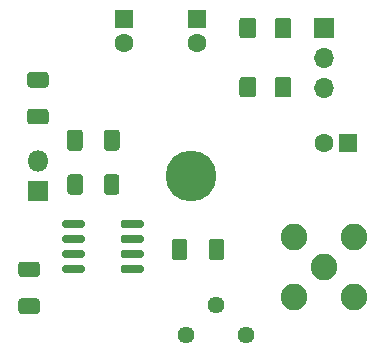
<source format=gbr>
%TF.GenerationSoftware,KiCad,Pcbnew,5.1.10-88a1d61d58~90~ubuntu20.04.1*%
%TF.CreationDate,2021-10-29T09:56:54+11:00*%
%TF.ProjectId,simple-photodetector,73696d70-6c65-42d7-9068-6f746f646574,rev?*%
%TF.SameCoordinates,Original*%
%TF.FileFunction,Soldermask,Top*%
%TF.FilePolarity,Negative*%
%FSLAX46Y46*%
G04 Gerber Fmt 4.6, Leading zero omitted, Abs format (unit mm)*
G04 Created by KiCad (PCBNEW 5.1.10-88a1d61d58~90~ubuntu20.04.1) date 2021-10-29 09:56:54*
%MOMM*%
%LPD*%
G01*
G04 APERTURE LIST*
%ADD10C,4.300000*%
%ADD11C,1.440000*%
%ADD12R,1.600000X1.600000*%
%ADD13C,1.600000*%
%ADD14R,1.700000X1.700000*%
%ADD15O,1.700000X1.700000*%
%ADD16C,2.250000*%
%ADD17R,1.800000X1.800000*%
%ADD18O,1.800000X1.800000*%
G04 APERTURE END LIST*
D10*
%TO.C,REF\u002A\u002A*%
X136500000Y-69000000D03*
%TD*%
D11*
%TO.C,RV1*%
X141080000Y-82500000D03*
X138540000Y-79960000D03*
X136000000Y-82500000D03*
%TD*%
D12*
%TO.C,C1*%
X130750000Y-55750000D03*
D13*
X130750000Y-57750000D03*
%TD*%
%TO.C,C2*%
X147750000Y-66250000D03*
D12*
X149750000Y-66250000D03*
%TD*%
%TO.C,C3*%
X137000000Y-55750000D03*
D13*
X137000000Y-57750000D03*
%TD*%
%TO.C,C4*%
G36*
G01*
X124150001Y-64662500D02*
X122849999Y-64662500D01*
G75*
G02*
X122600000Y-64412501I0J249999D01*
G01*
X122600000Y-63587499D01*
G75*
G02*
X122849999Y-63337500I249999J0D01*
G01*
X124150001Y-63337500D01*
G75*
G02*
X124400000Y-63587499I0J-249999D01*
G01*
X124400000Y-64412501D01*
G75*
G02*
X124150001Y-64662500I-249999J0D01*
G01*
G37*
G36*
G01*
X124150001Y-61537500D02*
X122849999Y-61537500D01*
G75*
G02*
X122600000Y-61287501I0J249999D01*
G01*
X122600000Y-60462499D01*
G75*
G02*
X122849999Y-60212500I249999J0D01*
G01*
X124150001Y-60212500D01*
G75*
G02*
X124400000Y-60462499I0J-249999D01*
G01*
X124400000Y-61287501D01*
G75*
G02*
X124150001Y-61537500I-249999J0D01*
G01*
G37*
%TD*%
%TO.C,C5*%
G36*
G01*
X127287500Y-65349999D02*
X127287500Y-66650001D01*
G75*
G02*
X127037501Y-66900000I-249999J0D01*
G01*
X126212499Y-66900000D01*
G75*
G02*
X125962500Y-66650001I0J249999D01*
G01*
X125962500Y-65349999D01*
G75*
G02*
X126212499Y-65100000I249999J0D01*
G01*
X127037501Y-65100000D01*
G75*
G02*
X127287500Y-65349999I0J-249999D01*
G01*
G37*
G36*
G01*
X130412500Y-65349999D02*
X130412500Y-66650001D01*
G75*
G02*
X130162501Y-66900000I-249999J0D01*
G01*
X129337499Y-66900000D01*
G75*
G02*
X129087500Y-66650001I0J249999D01*
G01*
X129087500Y-65349999D01*
G75*
G02*
X129337499Y-65100000I249999J0D01*
G01*
X130162501Y-65100000D01*
G75*
G02*
X130412500Y-65349999I0J-249999D01*
G01*
G37*
%TD*%
%TO.C,C6*%
G36*
G01*
X139287500Y-74599999D02*
X139287500Y-75900001D01*
G75*
G02*
X139037501Y-76150000I-249999J0D01*
G01*
X138212499Y-76150000D01*
G75*
G02*
X137962500Y-75900001I0J249999D01*
G01*
X137962500Y-74599999D01*
G75*
G02*
X138212499Y-74350000I249999J0D01*
G01*
X139037501Y-74350000D01*
G75*
G02*
X139287500Y-74599999I0J-249999D01*
G01*
G37*
G36*
G01*
X136162500Y-74599999D02*
X136162500Y-75900001D01*
G75*
G02*
X135912501Y-76150000I-249999J0D01*
G01*
X135087499Y-76150000D01*
G75*
G02*
X134837500Y-75900001I0J249999D01*
G01*
X134837500Y-74599999D01*
G75*
G02*
X135087499Y-74350000I249999J0D01*
G01*
X135912501Y-74350000D01*
G75*
G02*
X136162500Y-74599999I0J-249999D01*
G01*
G37*
%TD*%
%TO.C,C7*%
G36*
G01*
X123400001Y-77600000D02*
X122099999Y-77600000D01*
G75*
G02*
X121850000Y-77350001I0J249999D01*
G01*
X121850000Y-76524999D01*
G75*
G02*
X122099999Y-76275000I249999J0D01*
G01*
X123400001Y-76275000D01*
G75*
G02*
X123650000Y-76524999I0J-249999D01*
G01*
X123650000Y-77350001D01*
G75*
G02*
X123400001Y-77600000I-249999J0D01*
G01*
G37*
G36*
G01*
X123400001Y-80725000D02*
X122099999Y-80725000D01*
G75*
G02*
X121850000Y-80475001I0J249999D01*
G01*
X121850000Y-79649999D01*
G75*
G02*
X122099999Y-79400000I249999J0D01*
G01*
X123400001Y-79400000D01*
G75*
G02*
X123650000Y-79649999I0J-249999D01*
G01*
X123650000Y-80475001D01*
G75*
G02*
X123400001Y-80725000I-249999J0D01*
G01*
G37*
%TD*%
%TO.C,D1*%
G36*
G01*
X140562500Y-57125000D02*
X140562500Y-55875000D01*
G75*
G02*
X140812500Y-55625000I250000J0D01*
G01*
X141737500Y-55625000D01*
G75*
G02*
X141987500Y-55875000I0J-250000D01*
G01*
X141987500Y-57125000D01*
G75*
G02*
X141737500Y-57375000I-250000J0D01*
G01*
X140812500Y-57375000D01*
G75*
G02*
X140562500Y-57125000I0J250000D01*
G01*
G37*
G36*
G01*
X143537500Y-57125000D02*
X143537500Y-55875000D01*
G75*
G02*
X143787500Y-55625000I250000J0D01*
G01*
X144712500Y-55625000D01*
G75*
G02*
X144962500Y-55875000I0J-250000D01*
G01*
X144962500Y-57125000D01*
G75*
G02*
X144712500Y-57375000I-250000J0D01*
G01*
X143787500Y-57375000D01*
G75*
G02*
X143537500Y-57125000I0J250000D01*
G01*
G37*
%TD*%
%TO.C,D2*%
G36*
G01*
X141987500Y-60875000D02*
X141987500Y-62125000D01*
G75*
G02*
X141737500Y-62375000I-250000J0D01*
G01*
X140812500Y-62375000D01*
G75*
G02*
X140562500Y-62125000I0J250000D01*
G01*
X140562500Y-60875000D01*
G75*
G02*
X140812500Y-60625000I250000J0D01*
G01*
X141737500Y-60625000D01*
G75*
G02*
X141987500Y-60875000I0J-250000D01*
G01*
G37*
G36*
G01*
X144962500Y-60875000D02*
X144962500Y-62125000D01*
G75*
G02*
X144712500Y-62375000I-250000J0D01*
G01*
X143787500Y-62375000D01*
G75*
G02*
X143537500Y-62125000I0J250000D01*
G01*
X143537500Y-60875000D01*
G75*
G02*
X143787500Y-60625000I250000J0D01*
G01*
X144712500Y-60625000D01*
G75*
G02*
X144962500Y-60875000I0J-250000D01*
G01*
G37*
%TD*%
%TO.C,R1*%
G36*
G01*
X130400000Y-69125000D02*
X130400000Y-70375000D01*
G75*
G02*
X130150000Y-70625000I-250000J0D01*
G01*
X129350000Y-70625000D01*
G75*
G02*
X129100000Y-70375000I0J250000D01*
G01*
X129100000Y-69125000D01*
G75*
G02*
X129350000Y-68875000I250000J0D01*
G01*
X130150000Y-68875000D01*
G75*
G02*
X130400000Y-69125000I0J-250000D01*
G01*
G37*
G36*
G01*
X127300000Y-69125000D02*
X127300000Y-70375000D01*
G75*
G02*
X127050000Y-70625000I-250000J0D01*
G01*
X126250000Y-70625000D01*
G75*
G02*
X126000000Y-70375000I0J250000D01*
G01*
X126000000Y-69125000D01*
G75*
G02*
X126250000Y-68875000I250000J0D01*
G01*
X127050000Y-68875000D01*
G75*
G02*
X127300000Y-69125000I0J-250000D01*
G01*
G37*
%TD*%
%TO.C,U1*%
G36*
G01*
X125550000Y-73245000D02*
X125550000Y-72945000D01*
G75*
G02*
X125700000Y-72795000I150000J0D01*
G01*
X127350000Y-72795000D01*
G75*
G02*
X127500000Y-72945000I0J-150000D01*
G01*
X127500000Y-73245000D01*
G75*
G02*
X127350000Y-73395000I-150000J0D01*
G01*
X125700000Y-73395000D01*
G75*
G02*
X125550000Y-73245000I0J150000D01*
G01*
G37*
G36*
G01*
X125550000Y-74515000D02*
X125550000Y-74215000D01*
G75*
G02*
X125700000Y-74065000I150000J0D01*
G01*
X127350000Y-74065000D01*
G75*
G02*
X127500000Y-74215000I0J-150000D01*
G01*
X127500000Y-74515000D01*
G75*
G02*
X127350000Y-74665000I-150000J0D01*
G01*
X125700000Y-74665000D01*
G75*
G02*
X125550000Y-74515000I0J150000D01*
G01*
G37*
G36*
G01*
X125550000Y-75785000D02*
X125550000Y-75485000D01*
G75*
G02*
X125700000Y-75335000I150000J0D01*
G01*
X127350000Y-75335000D01*
G75*
G02*
X127500000Y-75485000I0J-150000D01*
G01*
X127500000Y-75785000D01*
G75*
G02*
X127350000Y-75935000I-150000J0D01*
G01*
X125700000Y-75935000D01*
G75*
G02*
X125550000Y-75785000I0J150000D01*
G01*
G37*
G36*
G01*
X125550000Y-77055000D02*
X125550000Y-76755000D01*
G75*
G02*
X125700000Y-76605000I150000J0D01*
G01*
X127350000Y-76605000D01*
G75*
G02*
X127500000Y-76755000I0J-150000D01*
G01*
X127500000Y-77055000D01*
G75*
G02*
X127350000Y-77205000I-150000J0D01*
G01*
X125700000Y-77205000D01*
G75*
G02*
X125550000Y-77055000I0J150000D01*
G01*
G37*
G36*
G01*
X130500000Y-77055000D02*
X130500000Y-76755000D01*
G75*
G02*
X130650000Y-76605000I150000J0D01*
G01*
X132300000Y-76605000D01*
G75*
G02*
X132450000Y-76755000I0J-150000D01*
G01*
X132450000Y-77055000D01*
G75*
G02*
X132300000Y-77205000I-150000J0D01*
G01*
X130650000Y-77205000D01*
G75*
G02*
X130500000Y-77055000I0J150000D01*
G01*
G37*
G36*
G01*
X130500000Y-75785000D02*
X130500000Y-75485000D01*
G75*
G02*
X130650000Y-75335000I150000J0D01*
G01*
X132300000Y-75335000D01*
G75*
G02*
X132450000Y-75485000I0J-150000D01*
G01*
X132450000Y-75785000D01*
G75*
G02*
X132300000Y-75935000I-150000J0D01*
G01*
X130650000Y-75935000D01*
G75*
G02*
X130500000Y-75785000I0J150000D01*
G01*
G37*
G36*
G01*
X130500000Y-74515000D02*
X130500000Y-74215000D01*
G75*
G02*
X130650000Y-74065000I150000J0D01*
G01*
X132300000Y-74065000D01*
G75*
G02*
X132450000Y-74215000I0J-150000D01*
G01*
X132450000Y-74515000D01*
G75*
G02*
X132300000Y-74665000I-150000J0D01*
G01*
X130650000Y-74665000D01*
G75*
G02*
X130500000Y-74515000I0J150000D01*
G01*
G37*
G36*
G01*
X130500000Y-73245000D02*
X130500000Y-72945000D01*
G75*
G02*
X130650000Y-72795000I150000J0D01*
G01*
X132300000Y-72795000D01*
G75*
G02*
X132450000Y-72945000I0J-150000D01*
G01*
X132450000Y-73245000D01*
G75*
G02*
X132300000Y-73395000I-150000J0D01*
G01*
X130650000Y-73395000D01*
G75*
G02*
X130500000Y-73245000I0J150000D01*
G01*
G37*
%TD*%
D14*
%TO.C,J1*%
X147750000Y-56500000D03*
D15*
X147750000Y-59040000D03*
X147750000Y-61580000D03*
%TD*%
D16*
%TO.C,J2*%
X145210000Y-74210000D03*
X150290000Y-74210000D03*
X150290000Y-79290000D03*
X145210000Y-79290000D03*
X147750000Y-76750000D03*
%TD*%
D17*
%TO.C,D3*%
X123500000Y-70290000D03*
D18*
X123500000Y-67750000D03*
%TD*%
M02*

</source>
